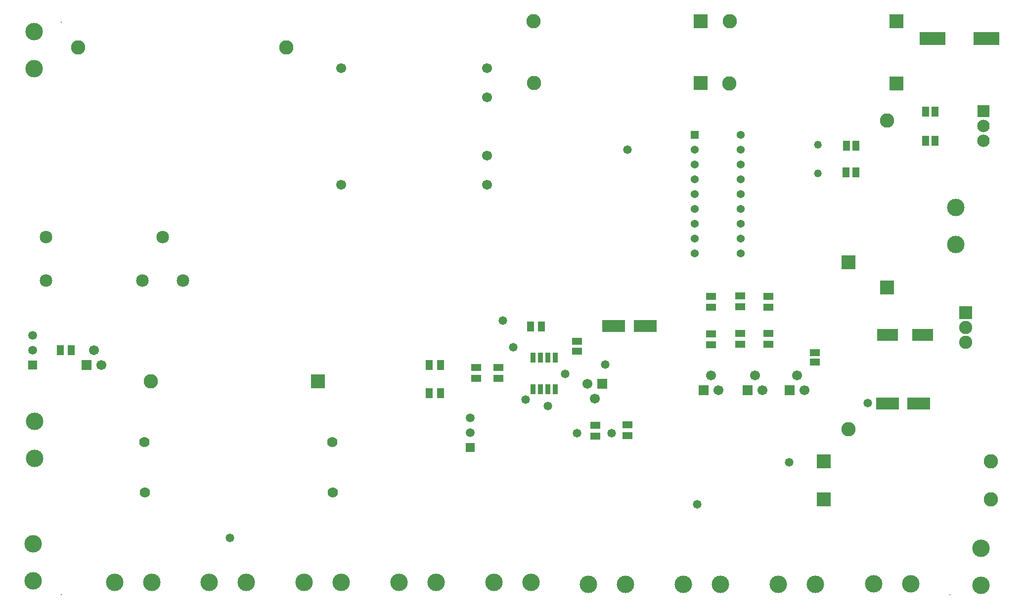
<source format=gts>
G04*
G04 #@! TF.GenerationSoftware,Altium Limited,Altium Designer,20.0.13 (296)*
G04*
G04 Layer_Color=8388736*
%FSLAX23Y23*%
%MOIN*%
G70*
G01*
G75*
%ADD14R,0.065X0.047*%
%ADD15R,0.177X0.091*%
%ADD16R,0.142X0.079*%
%ADD17R,0.158X0.081*%
%ADD18R,0.047X0.065*%
%ADD19R,0.048X0.066*%
%ADD20R,0.066X0.048*%
%ADD21R,0.034X0.068*%
%ADD22C,0.008*%
%ADD23R,0.097X0.097*%
%ADD24C,0.097*%
%ADD25C,0.067*%
%ADD26C,0.118*%
%ADD27R,0.067X0.067*%
%ADD28C,0.067*%
%ADD29R,0.054X0.054*%
%ADD30C,0.054*%
%ADD31R,0.084X0.084*%
%ADD32C,0.084*%
%ADD33R,0.089X0.089*%
%ADD34C,0.089*%
%ADD35C,0.052*%
%ADD36R,0.059X0.059*%
%ADD37C,0.059*%
%ADD38C,0.070*%
%ADD39C,0.085*%
%ADD40R,0.097X0.097*%
%ADD41C,0.058*%
D14*
X3365Y1700D02*
D03*
Y1625D02*
D03*
X3215Y1700D02*
D03*
Y1625D02*
D03*
X4800Y2180D02*
D03*
Y2105D02*
D03*
X4995Y2182D02*
D03*
Y2108D02*
D03*
X5185Y2180D02*
D03*
Y2105D02*
D03*
X4020Y1235D02*
D03*
Y1310D02*
D03*
X4235Y1312D02*
D03*
Y1238D02*
D03*
X5185Y1930D02*
D03*
Y1855D02*
D03*
X4995Y1930D02*
D03*
Y1855D02*
D03*
X4800Y1927D02*
D03*
Y1853D02*
D03*
D15*
X6658Y3920D02*
D03*
X6292D02*
D03*
D16*
X5989Y1920D02*
D03*
X6225D02*
D03*
D17*
X4144Y1980D02*
D03*
X4356D02*
D03*
X6201Y1455D02*
D03*
X5989D02*
D03*
D18*
X2900Y1525D02*
D03*
X2975D02*
D03*
X2975Y1715D02*
D03*
X2900D02*
D03*
X3657Y1975D02*
D03*
X3583D02*
D03*
X487Y1815D02*
D03*
X413D02*
D03*
D19*
X5775Y3015D02*
D03*
X5711D02*
D03*
X5777Y3195D02*
D03*
X5713D02*
D03*
X6309Y3425D02*
D03*
X6245D02*
D03*
X6310Y3230D02*
D03*
X6246D02*
D03*
D20*
X3895Y1875D02*
D03*
Y1811D02*
D03*
X5500Y1799D02*
D03*
Y1735D02*
D03*
D21*
X3600Y1553D02*
D03*
X3650D02*
D03*
X3700D02*
D03*
X3750D02*
D03*
Y1767D02*
D03*
X3700D02*
D03*
X3650D02*
D03*
X3600D02*
D03*
D22*
X6410Y165D02*
D03*
X420D02*
D03*
Y4030D02*
D03*
D23*
X6050Y3615D02*
D03*
X6051Y4035D02*
D03*
X4730D02*
D03*
X4731Y3620D02*
D03*
X2150Y1605D02*
D03*
X5560Y810D02*
D03*
Y1065D02*
D03*
D24*
X4924Y3615D02*
D03*
X4925Y4035D02*
D03*
X3604D02*
D03*
X3605Y3620D02*
D03*
X1936Y3860D02*
D03*
X534D02*
D03*
X1024Y1605D02*
D03*
X5985Y3366D02*
D03*
X6686Y810D02*
D03*
Y1065D02*
D03*
X5725Y1284D02*
D03*
D25*
X2306Y2933D02*
D03*
Y3721D02*
D03*
X3290D02*
D03*
Y3524D02*
D03*
Y3130D02*
D03*
Y2933D02*
D03*
D26*
X235Y3715D02*
D03*
Y3965D02*
D03*
X3335Y250D02*
D03*
X3585D02*
D03*
X2696D02*
D03*
X2946D02*
D03*
X2057D02*
D03*
X2307D02*
D03*
X1418D02*
D03*
X1668D02*
D03*
X4863Y237D02*
D03*
X4613D02*
D03*
X779Y250D02*
D03*
X1029D02*
D03*
X230Y510D02*
D03*
Y260D02*
D03*
X240Y1085D02*
D03*
Y1335D02*
D03*
X6450Y2780D02*
D03*
Y2530D02*
D03*
X3974Y237D02*
D03*
X4224D02*
D03*
X6620Y230D02*
D03*
Y480D02*
D03*
X6145Y240D02*
D03*
X5895D02*
D03*
X5502Y237D02*
D03*
X5252D02*
D03*
D27*
X4065Y1590D02*
D03*
X590Y1715D02*
D03*
X5330Y1545D02*
D03*
X5045D02*
D03*
X4750D02*
D03*
D28*
X4015Y1490D02*
D03*
X3965Y1590D02*
D03*
X640Y1815D02*
D03*
X690Y1715D02*
D03*
X5380Y1645D02*
D03*
X5430Y1545D02*
D03*
X5095Y1645D02*
D03*
X5145Y1545D02*
D03*
X4800Y1645D02*
D03*
X4850Y1545D02*
D03*
D29*
X4689Y3270D02*
D03*
D30*
Y3170D02*
D03*
Y3070D02*
D03*
Y2970D02*
D03*
Y2870D02*
D03*
Y2770D02*
D03*
Y2670D02*
D03*
Y2570D02*
D03*
Y2470D02*
D03*
X5001D02*
D03*
Y2570D02*
D03*
Y2670D02*
D03*
Y2770D02*
D03*
Y2870D02*
D03*
Y2970D02*
D03*
Y3070D02*
D03*
Y3170D02*
D03*
Y3270D02*
D03*
D31*
X6635Y3430D02*
D03*
D32*
Y3330D02*
D03*
Y3230D02*
D03*
D33*
X6515Y2070D02*
D03*
D34*
Y1970D02*
D03*
Y1870D02*
D03*
D35*
X5520Y3202D02*
D03*
Y3010D02*
D03*
D36*
X3175Y1160D02*
D03*
X225Y1715D02*
D03*
D37*
X3175Y1260D02*
D03*
Y1360D02*
D03*
X225Y1815D02*
D03*
Y1915D02*
D03*
D38*
X982Y855D02*
D03*
X2250D02*
D03*
X980Y1195D02*
D03*
X2248D02*
D03*
D39*
X315Y2580D02*
D03*
X1103D02*
D03*
X1241Y2285D02*
D03*
X965D02*
D03*
X315D02*
D03*
D40*
X5985Y2240D02*
D03*
X5725Y2410D02*
D03*
D41*
X5855Y1460D02*
D03*
X3550Y1483D02*
D03*
X4130Y1255D02*
D03*
X3895Y1255D02*
D03*
X3700Y1440D02*
D03*
X3815Y1655D02*
D03*
X1555Y550D02*
D03*
X3465Y1835D02*
D03*
X4085Y1720D02*
D03*
X4235Y3170D02*
D03*
X4705Y775D02*
D03*
X5325Y1060D02*
D03*
X3395Y2015D02*
D03*
M02*

</source>
